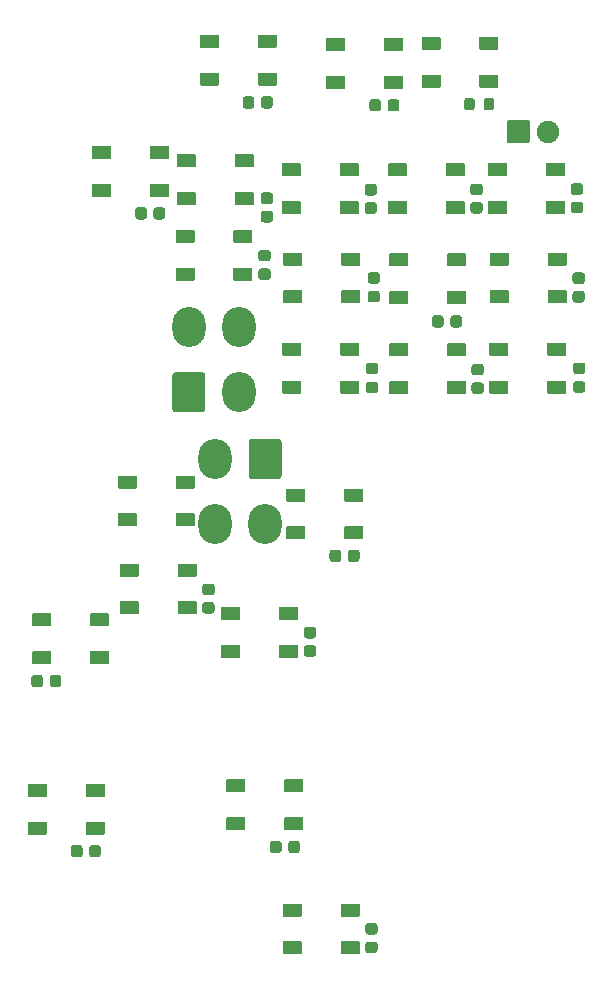
<source format=gbr>
%TF.GenerationSoftware,KiCad,Pcbnew,(5.1.10)-1*%
%TF.CreationDate,2021-11-16T18:01:45+11:00*%
%TF.ProjectId,Landing Gear Panel PCB V2,4c616e64-696e-4672-9047-656172205061,rev?*%
%TF.SameCoordinates,Original*%
%TF.FileFunction,Soldermask,Top*%
%TF.FilePolarity,Negative*%
%FSLAX46Y46*%
G04 Gerber Fmt 4.6, Leading zero omitted, Abs format (unit mm)*
G04 Created by KiCad (PCBNEW (5.1.10)-1) date 2021-11-16 18:01:45*
%MOMM*%
%LPD*%
G01*
G04 APERTURE LIST*
%ADD10O,2.800000X3.400000*%
%ADD11C,1.900000*%
G04 APERTURE END LIST*
D10*
%TO.C,J2*%
X85450000Y-65500000D03*
X81250000Y-65500000D03*
X85450000Y-71000000D03*
G36*
G01*
X79850000Y-72440740D02*
X79850000Y-69559260D01*
G75*
G02*
X80109260Y-69300000I259260J0D01*
G01*
X82390740Y-69300000D01*
G75*
G02*
X82650000Y-69559260I0J-259260D01*
G01*
X82650000Y-72440740D01*
G75*
G02*
X82390740Y-72700000I-259260J0D01*
G01*
X80109260Y-72700000D01*
G75*
G02*
X79850000Y-72440740I0J259260D01*
G01*
G37*
%TD*%
%TO.C,J1*%
X83500000Y-82150000D03*
X87700000Y-82150000D03*
X83500000Y-76650000D03*
G36*
G01*
X89100000Y-75209260D02*
X89100000Y-78090740D01*
G75*
G02*
X88840740Y-78350000I-259260J0D01*
G01*
X86559260Y-78350000D01*
G75*
G02*
X86300000Y-78090740I0J259260D01*
G01*
X86300000Y-75209260D01*
G75*
G02*
X86559260Y-74950000I259260J0D01*
G01*
X88840740Y-74950000D01*
G75*
G02*
X89100000Y-75209260I0J-259260D01*
G01*
G37*
%TD*%
%TO.C,C22*%
G36*
G01*
X96418750Y-117512000D02*
X96981250Y-117512000D01*
G75*
G02*
X97225000Y-117755750I0J-243750D01*
G01*
X97225000Y-118243250D01*
G75*
G02*
X96981250Y-118487000I-243750J0D01*
G01*
X96418750Y-118487000D01*
G75*
G02*
X96175000Y-118243250I0J243750D01*
G01*
X96175000Y-117755750D01*
G75*
G02*
X96418750Y-117512000I243750J0D01*
G01*
G37*
G36*
G01*
X96418750Y-115937000D02*
X96981250Y-115937000D01*
G75*
G02*
X97225000Y-116180750I0J-243750D01*
G01*
X97225000Y-116668250D01*
G75*
G02*
X96981250Y-116912000I-243750J0D01*
G01*
X96418750Y-116912000D01*
G75*
G02*
X96175000Y-116668250I0J243750D01*
G01*
X96175000Y-116180750D01*
G75*
G02*
X96418750Y-115937000I243750J0D01*
G01*
G37*
%TD*%
%TO.C,C21*%
G36*
G01*
X87368750Y-60512500D02*
X87931250Y-60512500D01*
G75*
G02*
X88175000Y-60756250I0J-243750D01*
G01*
X88175000Y-61243750D01*
G75*
G02*
X87931250Y-61487500I-243750J0D01*
G01*
X87368750Y-61487500D01*
G75*
G02*
X87125000Y-61243750I0J243750D01*
G01*
X87125000Y-60756250D01*
G75*
G02*
X87368750Y-60512500I243750J0D01*
G01*
G37*
G36*
G01*
X87368750Y-58937500D02*
X87931250Y-58937500D01*
G75*
G02*
X88175000Y-59181250I0J-243750D01*
G01*
X88175000Y-59668750D01*
G75*
G02*
X87931250Y-59912500I-243750J0D01*
G01*
X87368750Y-59912500D01*
G75*
G02*
X87125000Y-59668750I0J243750D01*
G01*
X87125000Y-59181250D01*
G75*
G02*
X87368750Y-58937500I243750J0D01*
G01*
G37*
%TD*%
%TO.C,C20*%
G36*
G01*
X114018750Y-70062500D02*
X114581250Y-70062500D01*
G75*
G02*
X114825000Y-70306250I0J-243750D01*
G01*
X114825000Y-70793750D01*
G75*
G02*
X114581250Y-71037500I-243750J0D01*
G01*
X114018750Y-71037500D01*
G75*
G02*
X113775000Y-70793750I0J243750D01*
G01*
X113775000Y-70306250D01*
G75*
G02*
X114018750Y-70062500I243750J0D01*
G01*
G37*
G36*
G01*
X114018750Y-68487500D02*
X114581250Y-68487500D01*
G75*
G02*
X114825000Y-68731250I0J-243750D01*
G01*
X114825000Y-69218750D01*
G75*
G02*
X114581250Y-69462500I-243750J0D01*
G01*
X114018750Y-69462500D01*
G75*
G02*
X113775000Y-69218750I0J243750D01*
G01*
X113775000Y-68731250D01*
G75*
G02*
X114018750Y-68487500I243750J0D01*
G01*
G37*
%TD*%
%TO.C,C19*%
G36*
G01*
X105418750Y-70162500D02*
X105981250Y-70162500D01*
G75*
G02*
X106225000Y-70406250I0J-243750D01*
G01*
X106225000Y-70893750D01*
G75*
G02*
X105981250Y-71137500I-243750J0D01*
G01*
X105418750Y-71137500D01*
G75*
G02*
X105175000Y-70893750I0J243750D01*
G01*
X105175000Y-70406250D01*
G75*
G02*
X105418750Y-70162500I243750J0D01*
G01*
G37*
G36*
G01*
X105418750Y-68587500D02*
X105981250Y-68587500D01*
G75*
G02*
X106225000Y-68831250I0J-243750D01*
G01*
X106225000Y-69318750D01*
G75*
G02*
X105981250Y-69562500I-243750J0D01*
G01*
X105418750Y-69562500D01*
G75*
G02*
X105175000Y-69318750I0J243750D01*
G01*
X105175000Y-68831250D01*
G75*
G02*
X105418750Y-68587500I243750J0D01*
G01*
G37*
%TD*%
%TO.C,C18*%
G36*
G01*
X96468750Y-70087500D02*
X97031250Y-70087500D01*
G75*
G02*
X97275000Y-70331250I0J-243750D01*
G01*
X97275000Y-70818750D01*
G75*
G02*
X97031250Y-71062500I-243750J0D01*
G01*
X96468750Y-71062500D01*
G75*
G02*
X96225000Y-70818750I0J243750D01*
G01*
X96225000Y-70331250D01*
G75*
G02*
X96468750Y-70087500I243750J0D01*
G01*
G37*
G36*
G01*
X96468750Y-68512500D02*
X97031250Y-68512500D01*
G75*
G02*
X97275000Y-68756250I0J-243750D01*
G01*
X97275000Y-69243750D01*
G75*
G02*
X97031250Y-69487500I-243750J0D01*
G01*
X96468750Y-69487500D01*
G75*
G02*
X96225000Y-69243750I0J243750D01*
G01*
X96225000Y-68756250D01*
G75*
G02*
X96468750Y-68512500I243750J0D01*
G01*
G37*
%TD*%
%TO.C,C7*%
G36*
G01*
X96618750Y-62412500D02*
X97181250Y-62412500D01*
G75*
G02*
X97425000Y-62656250I0J-243750D01*
G01*
X97425000Y-63143750D01*
G75*
G02*
X97181250Y-63387500I-243750J0D01*
G01*
X96618750Y-63387500D01*
G75*
G02*
X96375000Y-63143750I0J243750D01*
G01*
X96375000Y-62656250D01*
G75*
G02*
X96618750Y-62412500I243750J0D01*
G01*
G37*
G36*
G01*
X96618750Y-60837500D02*
X97181250Y-60837500D01*
G75*
G02*
X97425000Y-61081250I0J-243750D01*
G01*
X97425000Y-61568750D01*
G75*
G02*
X97181250Y-61812500I-243750J0D01*
G01*
X96618750Y-61812500D01*
G75*
G02*
X96375000Y-61568750I0J243750D01*
G01*
X96375000Y-61081250D01*
G75*
G02*
X96618750Y-60837500I243750J0D01*
G01*
G37*
%TD*%
%TO.C,D6*%
G36*
G01*
X89116000Y-52671600D02*
X89116000Y-51671600D01*
G75*
G02*
X89166000Y-51621600I50000J0D01*
G01*
X90666000Y-51621600D01*
G75*
G02*
X90716000Y-51671600I0J-50000D01*
G01*
X90716000Y-52671600D01*
G75*
G02*
X90666000Y-52721600I-50000J0D01*
G01*
X89166000Y-52721600D01*
G75*
G02*
X89116000Y-52671600I0J50000D01*
G01*
G37*
G36*
G01*
X89116000Y-55871600D02*
X89116000Y-54871600D01*
G75*
G02*
X89166000Y-54821600I50000J0D01*
G01*
X90666000Y-54821600D01*
G75*
G02*
X90716000Y-54871600I0J-50000D01*
G01*
X90716000Y-55871600D01*
G75*
G02*
X90666000Y-55921600I-50000J0D01*
G01*
X89166000Y-55921600D01*
G75*
G02*
X89116000Y-55871600I0J50000D01*
G01*
G37*
G36*
G01*
X94016000Y-52671600D02*
X94016000Y-51671600D01*
G75*
G02*
X94066000Y-51621600I50000J0D01*
G01*
X95566000Y-51621600D01*
G75*
G02*
X95616000Y-51671600I0J-50000D01*
G01*
X95616000Y-52671600D01*
G75*
G02*
X95566000Y-52721600I-50000J0D01*
G01*
X94066000Y-52721600D01*
G75*
G02*
X94016000Y-52671600I0J50000D01*
G01*
G37*
G36*
G01*
X94016000Y-55871600D02*
X94016000Y-54871600D01*
G75*
G02*
X94066000Y-54821600I50000J0D01*
G01*
X95566000Y-54821600D01*
G75*
G02*
X95616000Y-54871600I0J-50000D01*
G01*
X95616000Y-55871600D01*
G75*
G02*
X95566000Y-55921600I-50000J0D01*
G01*
X94066000Y-55921600D01*
G75*
G02*
X94016000Y-55871600I0J50000D01*
G01*
G37*
%TD*%
%TO.C,C11*%
G36*
G01*
X82625000Y-88750000D02*
X83175000Y-88750000D01*
G75*
G02*
X83425000Y-89000000I0J-250000D01*
G01*
X83425000Y-89500000D01*
G75*
G02*
X83175000Y-89750000I-250000J0D01*
G01*
X82625000Y-89750000D01*
G75*
G02*
X82375000Y-89500000I0J250000D01*
G01*
X82375000Y-89000000D01*
G75*
G02*
X82625000Y-88750000I250000J0D01*
G01*
G37*
G36*
G01*
X82625000Y-87200000D02*
X83175000Y-87200000D01*
G75*
G02*
X83425000Y-87450000I0J-250000D01*
G01*
X83425000Y-87950000D01*
G75*
G02*
X83175000Y-88200000I-250000J0D01*
G01*
X82625000Y-88200000D01*
G75*
G02*
X82375000Y-87950000I0J250000D01*
G01*
X82375000Y-87450000D01*
G75*
G02*
X82625000Y-87200000I250000J0D01*
G01*
G37*
%TD*%
%TO.C,R1*%
G36*
G01*
X106200000Y-46900000D02*
X106200000Y-46300000D01*
G75*
G02*
X106425000Y-46075000I225000J0D01*
G01*
X106875000Y-46075000D01*
G75*
G02*
X107100000Y-46300000I0J-225000D01*
G01*
X107100000Y-46900000D01*
G75*
G02*
X106875000Y-47125000I-225000J0D01*
G01*
X106425000Y-47125000D01*
G75*
G02*
X106200000Y-46900000I0J225000D01*
G01*
G37*
G36*
G01*
X104550000Y-46900000D02*
X104550000Y-46300000D01*
G75*
G02*
X104775000Y-46075000I225000J0D01*
G01*
X105225000Y-46075000D01*
G75*
G02*
X105450000Y-46300000I0J-225000D01*
G01*
X105450000Y-46900000D01*
G75*
G02*
X105225000Y-47125000I-225000J0D01*
G01*
X104775000Y-47125000D01*
G75*
G02*
X104550000Y-46900000I0J225000D01*
G01*
G37*
%TD*%
%TO.C,C17*%
G36*
G01*
X91225000Y-92400000D02*
X91775000Y-92400000D01*
G75*
G02*
X92025000Y-92650000I0J-250000D01*
G01*
X92025000Y-93150000D01*
G75*
G02*
X91775000Y-93400000I-250000J0D01*
G01*
X91225000Y-93400000D01*
G75*
G02*
X90975000Y-93150000I0J250000D01*
G01*
X90975000Y-92650000D01*
G75*
G02*
X91225000Y-92400000I250000J0D01*
G01*
G37*
G36*
G01*
X91225000Y-90850000D02*
X91775000Y-90850000D01*
G75*
G02*
X92025000Y-91100000I0J-250000D01*
G01*
X92025000Y-91600000D01*
G75*
G02*
X91775000Y-91850000I-250000J0D01*
G01*
X91225000Y-91850000D01*
G75*
G02*
X90975000Y-91600000I0J250000D01*
G01*
X90975000Y-91100000D01*
G75*
G02*
X91225000Y-90850000I250000J0D01*
G01*
G37*
%TD*%
%TO.C,C16*%
G36*
G01*
X94700000Y-85125000D02*
X94700000Y-84575000D01*
G75*
G02*
X94950000Y-84325000I250000J0D01*
G01*
X95450000Y-84325000D01*
G75*
G02*
X95700000Y-84575000I0J-250000D01*
G01*
X95700000Y-85125000D01*
G75*
G02*
X95450000Y-85375000I-250000J0D01*
G01*
X94950000Y-85375000D01*
G75*
G02*
X94700000Y-85125000I0J250000D01*
G01*
G37*
G36*
G01*
X93150000Y-85125000D02*
X93150000Y-84575000D01*
G75*
G02*
X93400000Y-84325000I250000J0D01*
G01*
X93900000Y-84325000D01*
G75*
G02*
X94150000Y-84575000I0J-250000D01*
G01*
X94150000Y-85125000D01*
G75*
G02*
X93900000Y-85375000I-250000J0D01*
G01*
X93400000Y-85375000D01*
G75*
G02*
X93150000Y-85125000I0J250000D01*
G01*
G37*
%TD*%
%TO.C,C15*%
G36*
G01*
X89650000Y-109775000D02*
X89650000Y-109225000D01*
G75*
G02*
X89900000Y-108975000I250000J0D01*
G01*
X90400000Y-108975000D01*
G75*
G02*
X90650000Y-109225000I0J-250000D01*
G01*
X90650000Y-109775000D01*
G75*
G02*
X90400000Y-110025000I-250000J0D01*
G01*
X89900000Y-110025000D01*
G75*
G02*
X89650000Y-109775000I0J250000D01*
G01*
G37*
G36*
G01*
X88100000Y-109775000D02*
X88100000Y-109225000D01*
G75*
G02*
X88350000Y-108975000I250000J0D01*
G01*
X88850000Y-108975000D01*
G75*
G02*
X89100000Y-109225000I0J-250000D01*
G01*
X89100000Y-109775000D01*
G75*
G02*
X88850000Y-110025000I-250000J0D01*
G01*
X88350000Y-110025000D01*
G75*
G02*
X88100000Y-109775000I0J250000D01*
G01*
G37*
%TD*%
%TO.C,C14*%
G36*
G01*
X72800000Y-110125000D02*
X72800000Y-109575000D01*
G75*
G02*
X73050000Y-109325000I250000J0D01*
G01*
X73550000Y-109325000D01*
G75*
G02*
X73800000Y-109575000I0J-250000D01*
G01*
X73800000Y-110125000D01*
G75*
G02*
X73550000Y-110375000I-250000J0D01*
G01*
X73050000Y-110375000D01*
G75*
G02*
X72800000Y-110125000I0J250000D01*
G01*
G37*
G36*
G01*
X71250000Y-110125000D02*
X71250000Y-109575000D01*
G75*
G02*
X71500000Y-109325000I250000J0D01*
G01*
X72000000Y-109325000D01*
G75*
G02*
X72250000Y-109575000I0J-250000D01*
G01*
X72250000Y-110125000D01*
G75*
G02*
X72000000Y-110375000I-250000J0D01*
G01*
X71500000Y-110375000D01*
G75*
G02*
X71250000Y-110125000I0J250000D01*
G01*
G37*
%TD*%
%TO.C,C13*%
G36*
G01*
X69450000Y-95725000D02*
X69450000Y-95175000D01*
G75*
G02*
X69700000Y-94925000I250000J0D01*
G01*
X70200000Y-94925000D01*
G75*
G02*
X70450000Y-95175000I0J-250000D01*
G01*
X70450000Y-95725000D01*
G75*
G02*
X70200000Y-95975000I-250000J0D01*
G01*
X69700000Y-95975000D01*
G75*
G02*
X69450000Y-95725000I0J250000D01*
G01*
G37*
G36*
G01*
X67900000Y-95725000D02*
X67900000Y-95175000D01*
G75*
G02*
X68150000Y-94925000I250000J0D01*
G01*
X68650000Y-94925000D01*
G75*
G02*
X68900000Y-95175000I0J-250000D01*
G01*
X68900000Y-95725000D01*
G75*
G02*
X68650000Y-95975000I-250000J0D01*
G01*
X68150000Y-95975000D01*
G75*
G02*
X67900000Y-95725000I0J250000D01*
G01*
G37*
%TD*%
%TO.C,C12*%
G36*
G01*
X96375000Y-54900000D02*
X96925000Y-54900000D01*
G75*
G02*
X97175000Y-55150000I0J-250000D01*
G01*
X97175000Y-55650000D01*
G75*
G02*
X96925000Y-55900000I-250000J0D01*
G01*
X96375000Y-55900000D01*
G75*
G02*
X96125000Y-55650000I0J250000D01*
G01*
X96125000Y-55150000D01*
G75*
G02*
X96375000Y-54900000I250000J0D01*
G01*
G37*
G36*
G01*
X96375000Y-53350000D02*
X96925000Y-53350000D01*
G75*
G02*
X97175000Y-53600000I0J-250000D01*
G01*
X97175000Y-54100000D01*
G75*
G02*
X96925000Y-54350000I-250000J0D01*
G01*
X96375000Y-54350000D01*
G75*
G02*
X96125000Y-54100000I0J250000D01*
G01*
X96125000Y-53600000D01*
G75*
G02*
X96375000Y-53350000I250000J0D01*
G01*
G37*
%TD*%
%TO.C,C10*%
G36*
G01*
X88125000Y-55075000D02*
X87575000Y-55075000D01*
G75*
G02*
X87325000Y-54825000I0J250000D01*
G01*
X87325000Y-54325000D01*
G75*
G02*
X87575000Y-54075000I250000J0D01*
G01*
X88125000Y-54075000D01*
G75*
G02*
X88375000Y-54325000I0J-250000D01*
G01*
X88375000Y-54825000D01*
G75*
G02*
X88125000Y-55075000I-250000J0D01*
G01*
G37*
G36*
G01*
X88125000Y-56625000D02*
X87575000Y-56625000D01*
G75*
G02*
X87325000Y-56375000I0J250000D01*
G01*
X87325000Y-55875000D01*
G75*
G02*
X87575000Y-55625000I250000J0D01*
G01*
X88125000Y-55625000D01*
G75*
G02*
X88375000Y-55875000I0J-250000D01*
G01*
X88375000Y-56375000D01*
G75*
G02*
X88125000Y-56625000I-250000J0D01*
G01*
G37*
%TD*%
%TO.C,C9*%
G36*
G01*
X78250000Y-56125000D02*
X78250000Y-55575000D01*
G75*
G02*
X78500000Y-55325000I250000J0D01*
G01*
X79000000Y-55325000D01*
G75*
G02*
X79250000Y-55575000I0J-250000D01*
G01*
X79250000Y-56125000D01*
G75*
G02*
X79000000Y-56375000I-250000J0D01*
G01*
X78500000Y-56375000D01*
G75*
G02*
X78250000Y-56125000I0J250000D01*
G01*
G37*
G36*
G01*
X76700000Y-56125000D02*
X76700000Y-55575000D01*
G75*
G02*
X76950000Y-55325000I250000J0D01*
G01*
X77450000Y-55325000D01*
G75*
G02*
X77700000Y-55575000I0J-250000D01*
G01*
X77700000Y-56125000D01*
G75*
G02*
X77450000Y-56375000I-250000J0D01*
G01*
X76950000Y-56375000D01*
G75*
G02*
X76700000Y-56125000I0J250000D01*
G01*
G37*
%TD*%
%TO.C,C8*%
G36*
G01*
X105325000Y-54875000D02*
X105875000Y-54875000D01*
G75*
G02*
X106125000Y-55125000I0J-250000D01*
G01*
X106125000Y-55625000D01*
G75*
G02*
X105875000Y-55875000I-250000J0D01*
G01*
X105325000Y-55875000D01*
G75*
G02*
X105075000Y-55625000I0J250000D01*
G01*
X105075000Y-55125000D01*
G75*
G02*
X105325000Y-54875000I250000J0D01*
G01*
G37*
G36*
G01*
X105325000Y-53325000D02*
X105875000Y-53325000D01*
G75*
G02*
X106125000Y-53575000I0J-250000D01*
G01*
X106125000Y-54075000D01*
G75*
G02*
X105875000Y-54325000I-250000J0D01*
G01*
X105325000Y-54325000D01*
G75*
G02*
X105075000Y-54075000I0J250000D01*
G01*
X105075000Y-53575000D01*
G75*
G02*
X105325000Y-53325000I250000J0D01*
G01*
G37*
%TD*%
%TO.C,C6*%
G36*
G01*
X103375000Y-65275000D02*
X103375000Y-64725000D01*
G75*
G02*
X103625000Y-64475000I250000J0D01*
G01*
X104125000Y-64475000D01*
G75*
G02*
X104375000Y-64725000I0J-250000D01*
G01*
X104375000Y-65275000D01*
G75*
G02*
X104125000Y-65525000I-250000J0D01*
G01*
X103625000Y-65525000D01*
G75*
G02*
X103375000Y-65275000I0J250000D01*
G01*
G37*
G36*
G01*
X101825000Y-65275000D02*
X101825000Y-64725000D01*
G75*
G02*
X102075000Y-64475000I250000J0D01*
G01*
X102575000Y-64475000D01*
G75*
G02*
X102825000Y-64725000I0J-250000D01*
G01*
X102825000Y-65275000D01*
G75*
G02*
X102575000Y-65525000I-250000J0D01*
G01*
X102075000Y-65525000D01*
G75*
G02*
X101825000Y-65275000I0J250000D01*
G01*
G37*
%TD*%
%TO.C,C5*%
G36*
G01*
X113825000Y-54850000D02*
X114375000Y-54850000D01*
G75*
G02*
X114625000Y-55100000I0J-250000D01*
G01*
X114625000Y-55600000D01*
G75*
G02*
X114375000Y-55850000I-250000J0D01*
G01*
X113825000Y-55850000D01*
G75*
G02*
X113575000Y-55600000I0J250000D01*
G01*
X113575000Y-55100000D01*
G75*
G02*
X113825000Y-54850000I250000J0D01*
G01*
G37*
G36*
G01*
X113825000Y-53300000D02*
X114375000Y-53300000D01*
G75*
G02*
X114625000Y-53550000I0J-250000D01*
G01*
X114625000Y-54050000D01*
G75*
G02*
X114375000Y-54300000I-250000J0D01*
G01*
X113825000Y-54300000D01*
G75*
G02*
X113575000Y-54050000I0J250000D01*
G01*
X113575000Y-53550000D01*
G75*
G02*
X113825000Y-53300000I250000J0D01*
G01*
G37*
%TD*%
%TO.C,C4*%
G36*
G01*
X113975000Y-62400000D02*
X114525000Y-62400000D01*
G75*
G02*
X114775000Y-62650000I0J-250000D01*
G01*
X114775000Y-63150000D01*
G75*
G02*
X114525000Y-63400000I-250000J0D01*
G01*
X113975000Y-63400000D01*
G75*
G02*
X113725000Y-63150000I0J250000D01*
G01*
X113725000Y-62650000D01*
G75*
G02*
X113975000Y-62400000I250000J0D01*
G01*
G37*
G36*
G01*
X113975000Y-60850000D02*
X114525000Y-60850000D01*
G75*
G02*
X114775000Y-61100000I0J-250000D01*
G01*
X114775000Y-61600000D01*
G75*
G02*
X114525000Y-61850000I-250000J0D01*
G01*
X113975000Y-61850000D01*
G75*
G02*
X113725000Y-61600000I0J250000D01*
G01*
X113725000Y-61100000D01*
G75*
G02*
X113975000Y-60850000I250000J0D01*
G01*
G37*
%TD*%
%TO.C,C3*%
G36*
G01*
X98075000Y-46975000D02*
X98075000Y-46425000D01*
G75*
G02*
X98325000Y-46175000I250000J0D01*
G01*
X98825000Y-46175000D01*
G75*
G02*
X99075000Y-46425000I0J-250000D01*
G01*
X99075000Y-46975000D01*
G75*
G02*
X98825000Y-47225000I-250000J0D01*
G01*
X98325000Y-47225000D01*
G75*
G02*
X98075000Y-46975000I0J250000D01*
G01*
G37*
G36*
G01*
X96525000Y-46975000D02*
X96525000Y-46425000D01*
G75*
G02*
X96775000Y-46175000I250000J0D01*
G01*
X97275000Y-46175000D01*
G75*
G02*
X97525000Y-46425000I0J-250000D01*
G01*
X97525000Y-46975000D01*
G75*
G02*
X97275000Y-47225000I-250000J0D01*
G01*
X96775000Y-47225000D01*
G75*
G02*
X96525000Y-46975000I0J250000D01*
G01*
G37*
%TD*%
%TO.C,C2*%
G36*
G01*
X87350000Y-46725000D02*
X87350000Y-46175000D01*
G75*
G02*
X87600000Y-45925000I250000J0D01*
G01*
X88100000Y-45925000D01*
G75*
G02*
X88350000Y-46175000I0J-250000D01*
G01*
X88350000Y-46725000D01*
G75*
G02*
X88100000Y-46975000I-250000J0D01*
G01*
X87600000Y-46975000D01*
G75*
G02*
X87350000Y-46725000I0J250000D01*
G01*
G37*
G36*
G01*
X85800000Y-46725000D02*
X85800000Y-46175000D01*
G75*
G02*
X86050000Y-45925000I250000J0D01*
G01*
X86550000Y-45925000D01*
G75*
G02*
X86800000Y-46175000I0J-250000D01*
G01*
X86800000Y-46725000D01*
G75*
G02*
X86550000Y-46975000I-250000J0D01*
G01*
X86050000Y-46975000D01*
G75*
G02*
X85800000Y-46725000I0J250000D01*
G01*
G37*
%TD*%
D11*
%TO.C,D24*%
X111684000Y-48920400D03*
G36*
G01*
X108194000Y-49820400D02*
X108194000Y-48020400D01*
G75*
G02*
X108244000Y-47970400I50000J0D01*
G01*
X110044000Y-47970400D01*
G75*
G02*
X110094000Y-48020400I0J-50000D01*
G01*
X110094000Y-49820400D01*
G75*
G02*
X110044000Y-49870400I-50000J0D01*
G01*
X108244000Y-49870400D01*
G75*
G02*
X108194000Y-49820400I0J50000D01*
G01*
G37*
%TD*%
%TO.C,D16*%
G36*
G01*
X75250000Y-79100000D02*
X75250000Y-78100000D01*
G75*
G02*
X75300000Y-78050000I50000J0D01*
G01*
X76800000Y-78050000D01*
G75*
G02*
X76850000Y-78100000I0J-50000D01*
G01*
X76850000Y-79100000D01*
G75*
G02*
X76800000Y-79150000I-50000J0D01*
G01*
X75300000Y-79150000D01*
G75*
G02*
X75250000Y-79100000I0J50000D01*
G01*
G37*
G36*
G01*
X75250000Y-82300000D02*
X75250000Y-81300000D01*
G75*
G02*
X75300000Y-81250000I50000J0D01*
G01*
X76800000Y-81250000D01*
G75*
G02*
X76850000Y-81300000I0J-50000D01*
G01*
X76850000Y-82300000D01*
G75*
G02*
X76800000Y-82350000I-50000J0D01*
G01*
X75300000Y-82350000D01*
G75*
G02*
X75250000Y-82300000I0J50000D01*
G01*
G37*
G36*
G01*
X80150000Y-79100000D02*
X80150000Y-78100000D01*
G75*
G02*
X80200000Y-78050000I50000J0D01*
G01*
X81700000Y-78050000D01*
G75*
G02*
X81750000Y-78100000I0J-50000D01*
G01*
X81750000Y-79100000D01*
G75*
G02*
X81700000Y-79150000I-50000J0D01*
G01*
X80200000Y-79150000D01*
G75*
G02*
X80150000Y-79100000I0J50000D01*
G01*
G37*
G36*
G01*
X80150000Y-82300000D02*
X80150000Y-81300000D01*
G75*
G02*
X80200000Y-81250000I50000J0D01*
G01*
X81700000Y-81250000D01*
G75*
G02*
X81750000Y-81300000I0J-50000D01*
G01*
X81750000Y-82300000D01*
G75*
G02*
X81700000Y-82350000I-50000J0D01*
G01*
X80200000Y-82350000D01*
G75*
G02*
X80150000Y-82300000I0J50000D01*
G01*
G37*
%TD*%
%TO.C,D23*%
G36*
G01*
X89194400Y-115334000D02*
X89194400Y-114334000D01*
G75*
G02*
X89244400Y-114284000I50000J0D01*
G01*
X90744400Y-114284000D01*
G75*
G02*
X90794400Y-114334000I0J-50000D01*
G01*
X90794400Y-115334000D01*
G75*
G02*
X90744400Y-115384000I-50000J0D01*
G01*
X89244400Y-115384000D01*
G75*
G02*
X89194400Y-115334000I0J50000D01*
G01*
G37*
G36*
G01*
X89194400Y-118534000D02*
X89194400Y-117534000D01*
G75*
G02*
X89244400Y-117484000I50000J0D01*
G01*
X90744400Y-117484000D01*
G75*
G02*
X90794400Y-117534000I0J-50000D01*
G01*
X90794400Y-118534000D01*
G75*
G02*
X90744400Y-118584000I-50000J0D01*
G01*
X89244400Y-118584000D01*
G75*
G02*
X89194400Y-118534000I0J50000D01*
G01*
G37*
G36*
G01*
X94094400Y-115334000D02*
X94094400Y-114334000D01*
G75*
G02*
X94144400Y-114284000I50000J0D01*
G01*
X95644400Y-114284000D01*
G75*
G02*
X95694400Y-114334000I0J-50000D01*
G01*
X95694400Y-115334000D01*
G75*
G02*
X95644400Y-115384000I-50000J0D01*
G01*
X94144400Y-115384000D01*
G75*
G02*
X94094400Y-115334000I0J50000D01*
G01*
G37*
G36*
G01*
X94094400Y-118534000D02*
X94094400Y-117534000D01*
G75*
G02*
X94144400Y-117484000I50000J0D01*
G01*
X95644400Y-117484000D01*
G75*
G02*
X95694400Y-117534000I0J-50000D01*
G01*
X95694400Y-118534000D01*
G75*
G02*
X95644400Y-118584000I-50000J0D01*
G01*
X94144400Y-118584000D01*
G75*
G02*
X94094400Y-118534000I0J50000D01*
G01*
G37*
%TD*%
%TO.C,D22*%
G36*
G01*
X84430800Y-104818000D02*
X84430800Y-103818000D01*
G75*
G02*
X84480800Y-103768000I50000J0D01*
G01*
X85980800Y-103768000D01*
G75*
G02*
X86030800Y-103818000I0J-50000D01*
G01*
X86030800Y-104818000D01*
G75*
G02*
X85980800Y-104868000I-50000J0D01*
G01*
X84480800Y-104868000D01*
G75*
G02*
X84430800Y-104818000I0J50000D01*
G01*
G37*
G36*
G01*
X84430800Y-108018000D02*
X84430800Y-107018000D01*
G75*
G02*
X84480800Y-106968000I50000J0D01*
G01*
X85980800Y-106968000D01*
G75*
G02*
X86030800Y-107018000I0J-50000D01*
G01*
X86030800Y-108018000D01*
G75*
G02*
X85980800Y-108068000I-50000J0D01*
G01*
X84480800Y-108068000D01*
G75*
G02*
X84430800Y-108018000I0J50000D01*
G01*
G37*
G36*
G01*
X89330800Y-104818000D02*
X89330800Y-103818000D01*
G75*
G02*
X89380800Y-103768000I50000J0D01*
G01*
X90880800Y-103768000D01*
G75*
G02*
X90930800Y-103818000I0J-50000D01*
G01*
X90930800Y-104818000D01*
G75*
G02*
X90880800Y-104868000I-50000J0D01*
G01*
X89380800Y-104868000D01*
G75*
G02*
X89330800Y-104818000I0J50000D01*
G01*
G37*
G36*
G01*
X89330800Y-108018000D02*
X89330800Y-107018000D01*
G75*
G02*
X89380800Y-106968000I50000J0D01*
G01*
X90880800Y-106968000D01*
G75*
G02*
X90930800Y-107018000I0J-50000D01*
G01*
X90930800Y-108018000D01*
G75*
G02*
X90880800Y-108068000I-50000J0D01*
G01*
X89380800Y-108068000D01*
G75*
G02*
X89330800Y-108018000I0J50000D01*
G01*
G37*
%TD*%
%TO.C,D21*%
G36*
G01*
X67627600Y-105199000D02*
X67627600Y-104199000D01*
G75*
G02*
X67677600Y-104149000I50000J0D01*
G01*
X69177600Y-104149000D01*
G75*
G02*
X69227600Y-104199000I0J-50000D01*
G01*
X69227600Y-105199000D01*
G75*
G02*
X69177600Y-105249000I-50000J0D01*
G01*
X67677600Y-105249000D01*
G75*
G02*
X67627600Y-105199000I0J50000D01*
G01*
G37*
G36*
G01*
X67627600Y-108399000D02*
X67627600Y-107399000D01*
G75*
G02*
X67677600Y-107349000I50000J0D01*
G01*
X69177600Y-107349000D01*
G75*
G02*
X69227600Y-107399000I0J-50000D01*
G01*
X69227600Y-108399000D01*
G75*
G02*
X69177600Y-108449000I-50000J0D01*
G01*
X67677600Y-108449000D01*
G75*
G02*
X67627600Y-108399000I0J50000D01*
G01*
G37*
G36*
G01*
X72527600Y-105199000D02*
X72527600Y-104199000D01*
G75*
G02*
X72577600Y-104149000I50000J0D01*
G01*
X74077600Y-104149000D01*
G75*
G02*
X74127600Y-104199000I0J-50000D01*
G01*
X74127600Y-105199000D01*
G75*
G02*
X74077600Y-105249000I-50000J0D01*
G01*
X72577600Y-105249000D01*
G75*
G02*
X72527600Y-105199000I0J50000D01*
G01*
G37*
G36*
G01*
X72527600Y-108399000D02*
X72527600Y-107399000D01*
G75*
G02*
X72577600Y-107349000I50000J0D01*
G01*
X74077600Y-107349000D01*
G75*
G02*
X74127600Y-107399000I0J-50000D01*
G01*
X74127600Y-108399000D01*
G75*
G02*
X74077600Y-108449000I-50000J0D01*
G01*
X72577600Y-108449000D01*
G75*
G02*
X72527600Y-108399000I0J50000D01*
G01*
G37*
%TD*%
%TO.C,D20*%
G36*
G01*
X83973600Y-90238400D02*
X83973600Y-89238400D01*
G75*
G02*
X84023600Y-89188400I50000J0D01*
G01*
X85523600Y-89188400D01*
G75*
G02*
X85573600Y-89238400I0J-50000D01*
G01*
X85573600Y-90238400D01*
G75*
G02*
X85523600Y-90288400I-50000J0D01*
G01*
X84023600Y-90288400D01*
G75*
G02*
X83973600Y-90238400I0J50000D01*
G01*
G37*
G36*
G01*
X83973600Y-93438400D02*
X83973600Y-92438400D01*
G75*
G02*
X84023600Y-92388400I50000J0D01*
G01*
X85523600Y-92388400D01*
G75*
G02*
X85573600Y-92438400I0J-50000D01*
G01*
X85573600Y-93438400D01*
G75*
G02*
X85523600Y-93488400I-50000J0D01*
G01*
X84023600Y-93488400D01*
G75*
G02*
X83973600Y-93438400I0J50000D01*
G01*
G37*
G36*
G01*
X88873600Y-90238400D02*
X88873600Y-89238400D01*
G75*
G02*
X88923600Y-89188400I50000J0D01*
G01*
X90423600Y-89188400D01*
G75*
G02*
X90473600Y-89238400I0J-50000D01*
G01*
X90473600Y-90238400D01*
G75*
G02*
X90423600Y-90288400I-50000J0D01*
G01*
X88923600Y-90288400D01*
G75*
G02*
X88873600Y-90238400I0J50000D01*
G01*
G37*
G36*
G01*
X88873600Y-93438400D02*
X88873600Y-92438400D01*
G75*
G02*
X88923600Y-92388400I50000J0D01*
G01*
X90423600Y-92388400D01*
G75*
G02*
X90473600Y-92438400I0J-50000D01*
G01*
X90473600Y-93438400D01*
G75*
G02*
X90423600Y-93488400I-50000J0D01*
G01*
X88923600Y-93488400D01*
G75*
G02*
X88873600Y-93438400I0J50000D01*
G01*
G37*
%TD*%
%TO.C,D19*%
G36*
G01*
X67983200Y-90771600D02*
X67983200Y-89771600D01*
G75*
G02*
X68033200Y-89721600I50000J0D01*
G01*
X69533200Y-89721600D01*
G75*
G02*
X69583200Y-89771600I0J-50000D01*
G01*
X69583200Y-90771600D01*
G75*
G02*
X69533200Y-90821600I-50000J0D01*
G01*
X68033200Y-90821600D01*
G75*
G02*
X67983200Y-90771600I0J50000D01*
G01*
G37*
G36*
G01*
X67983200Y-93971600D02*
X67983200Y-92971600D01*
G75*
G02*
X68033200Y-92921600I50000J0D01*
G01*
X69533200Y-92921600D01*
G75*
G02*
X69583200Y-92971600I0J-50000D01*
G01*
X69583200Y-93971600D01*
G75*
G02*
X69533200Y-94021600I-50000J0D01*
G01*
X68033200Y-94021600D01*
G75*
G02*
X67983200Y-93971600I0J50000D01*
G01*
G37*
G36*
G01*
X72883200Y-90771600D02*
X72883200Y-89771600D01*
G75*
G02*
X72933200Y-89721600I50000J0D01*
G01*
X74433200Y-89721600D01*
G75*
G02*
X74483200Y-89771600I0J-50000D01*
G01*
X74483200Y-90771600D01*
G75*
G02*
X74433200Y-90821600I-50000J0D01*
G01*
X72933200Y-90821600D01*
G75*
G02*
X72883200Y-90771600I0J50000D01*
G01*
G37*
G36*
G01*
X72883200Y-93971600D02*
X72883200Y-92971600D01*
G75*
G02*
X72933200Y-92921600I50000J0D01*
G01*
X74433200Y-92921600D01*
G75*
G02*
X74483200Y-92971600I0J-50000D01*
G01*
X74483200Y-93971600D01*
G75*
G02*
X74433200Y-94021600I-50000J0D01*
G01*
X72933200Y-94021600D01*
G75*
G02*
X72883200Y-93971600I0J50000D01*
G01*
G37*
%TD*%
%TO.C,D18*%
G36*
G01*
X75400000Y-86555200D02*
X75400000Y-85555200D01*
G75*
G02*
X75450000Y-85505200I50000J0D01*
G01*
X76950000Y-85505200D01*
G75*
G02*
X77000000Y-85555200I0J-50000D01*
G01*
X77000000Y-86555200D01*
G75*
G02*
X76950000Y-86605200I-50000J0D01*
G01*
X75450000Y-86605200D01*
G75*
G02*
X75400000Y-86555200I0J50000D01*
G01*
G37*
G36*
G01*
X75400000Y-89755200D02*
X75400000Y-88755200D01*
G75*
G02*
X75450000Y-88705200I50000J0D01*
G01*
X76950000Y-88705200D01*
G75*
G02*
X77000000Y-88755200I0J-50000D01*
G01*
X77000000Y-89755200D01*
G75*
G02*
X76950000Y-89805200I-50000J0D01*
G01*
X75450000Y-89805200D01*
G75*
G02*
X75400000Y-89755200I0J50000D01*
G01*
G37*
G36*
G01*
X80300000Y-86555200D02*
X80300000Y-85555200D01*
G75*
G02*
X80350000Y-85505200I50000J0D01*
G01*
X81850000Y-85505200D01*
G75*
G02*
X81900000Y-85555200I0J-50000D01*
G01*
X81900000Y-86555200D01*
G75*
G02*
X81850000Y-86605200I-50000J0D01*
G01*
X80350000Y-86605200D01*
G75*
G02*
X80300000Y-86555200I0J50000D01*
G01*
G37*
G36*
G01*
X80300000Y-89755200D02*
X80300000Y-88755200D01*
G75*
G02*
X80350000Y-88705200I50000J0D01*
G01*
X81850000Y-88705200D01*
G75*
G02*
X81900000Y-88755200I0J-50000D01*
G01*
X81900000Y-89755200D01*
G75*
G02*
X81850000Y-89805200I-50000J0D01*
G01*
X80350000Y-89805200D01*
G75*
G02*
X80300000Y-89755200I0J50000D01*
G01*
G37*
%TD*%
%TO.C,D17*%
G36*
G01*
X89500000Y-80200000D02*
X89500000Y-79200000D01*
G75*
G02*
X89550000Y-79150000I50000J0D01*
G01*
X91050000Y-79150000D01*
G75*
G02*
X91100000Y-79200000I0J-50000D01*
G01*
X91100000Y-80200000D01*
G75*
G02*
X91050000Y-80250000I-50000J0D01*
G01*
X89550000Y-80250000D01*
G75*
G02*
X89500000Y-80200000I0J50000D01*
G01*
G37*
G36*
G01*
X89500000Y-83400000D02*
X89500000Y-82400000D01*
G75*
G02*
X89550000Y-82350000I50000J0D01*
G01*
X91050000Y-82350000D01*
G75*
G02*
X91100000Y-82400000I0J-50000D01*
G01*
X91100000Y-83400000D01*
G75*
G02*
X91050000Y-83450000I-50000J0D01*
G01*
X89550000Y-83450000D01*
G75*
G02*
X89500000Y-83400000I0J50000D01*
G01*
G37*
G36*
G01*
X94400000Y-80200000D02*
X94400000Y-79200000D01*
G75*
G02*
X94450000Y-79150000I50000J0D01*
G01*
X95950000Y-79150000D01*
G75*
G02*
X96000000Y-79200000I0J-50000D01*
G01*
X96000000Y-80200000D01*
G75*
G02*
X95950000Y-80250000I-50000J0D01*
G01*
X94450000Y-80250000D01*
G75*
G02*
X94400000Y-80200000I0J50000D01*
G01*
G37*
G36*
G01*
X94400000Y-83400000D02*
X94400000Y-82400000D01*
G75*
G02*
X94450000Y-82350000I50000J0D01*
G01*
X95950000Y-82350000D01*
G75*
G02*
X96000000Y-82400000I0J-50000D01*
G01*
X96000000Y-83400000D01*
G75*
G02*
X95950000Y-83450000I-50000J0D01*
G01*
X94450000Y-83450000D01*
G75*
G02*
X94400000Y-83400000I0J50000D01*
G01*
G37*
%TD*%
%TO.C,D15*%
G36*
G01*
X106693000Y-67860800D02*
X106693000Y-66860800D01*
G75*
G02*
X106743000Y-66810800I50000J0D01*
G01*
X108243000Y-66810800D01*
G75*
G02*
X108293000Y-66860800I0J-50000D01*
G01*
X108293000Y-67860800D01*
G75*
G02*
X108243000Y-67910800I-50000J0D01*
G01*
X106743000Y-67910800D01*
G75*
G02*
X106693000Y-67860800I0J50000D01*
G01*
G37*
G36*
G01*
X106693000Y-71060800D02*
X106693000Y-70060800D01*
G75*
G02*
X106743000Y-70010800I50000J0D01*
G01*
X108243000Y-70010800D01*
G75*
G02*
X108293000Y-70060800I0J-50000D01*
G01*
X108293000Y-71060800D01*
G75*
G02*
X108243000Y-71110800I-50000J0D01*
G01*
X106743000Y-71110800D01*
G75*
G02*
X106693000Y-71060800I0J50000D01*
G01*
G37*
G36*
G01*
X111593000Y-67860800D02*
X111593000Y-66860800D01*
G75*
G02*
X111643000Y-66810800I50000J0D01*
G01*
X113143000Y-66810800D01*
G75*
G02*
X113193000Y-66860800I0J-50000D01*
G01*
X113193000Y-67860800D01*
G75*
G02*
X113143000Y-67910800I-50000J0D01*
G01*
X111643000Y-67910800D01*
G75*
G02*
X111593000Y-67860800I0J50000D01*
G01*
G37*
G36*
G01*
X111593000Y-71060800D02*
X111593000Y-70060800D01*
G75*
G02*
X111643000Y-70010800I50000J0D01*
G01*
X113143000Y-70010800D01*
G75*
G02*
X113193000Y-70060800I0J-50000D01*
G01*
X113193000Y-71060800D01*
G75*
G02*
X113143000Y-71110800I-50000J0D01*
G01*
X111643000Y-71110800D01*
G75*
G02*
X111593000Y-71060800I0J50000D01*
G01*
G37*
%TD*%
%TO.C,D14*%
G36*
G01*
X98209000Y-67911600D02*
X98209000Y-66911600D01*
G75*
G02*
X98259000Y-66861600I50000J0D01*
G01*
X99759000Y-66861600D01*
G75*
G02*
X99809000Y-66911600I0J-50000D01*
G01*
X99809000Y-67911600D01*
G75*
G02*
X99759000Y-67961600I-50000J0D01*
G01*
X98259000Y-67961600D01*
G75*
G02*
X98209000Y-67911600I0J50000D01*
G01*
G37*
G36*
G01*
X98209000Y-71111600D02*
X98209000Y-70111600D01*
G75*
G02*
X98259000Y-70061600I50000J0D01*
G01*
X99759000Y-70061600D01*
G75*
G02*
X99809000Y-70111600I0J-50000D01*
G01*
X99809000Y-71111600D01*
G75*
G02*
X99759000Y-71161600I-50000J0D01*
G01*
X98259000Y-71161600D01*
G75*
G02*
X98209000Y-71111600I0J50000D01*
G01*
G37*
G36*
G01*
X103109000Y-67911600D02*
X103109000Y-66911600D01*
G75*
G02*
X103159000Y-66861600I50000J0D01*
G01*
X104659000Y-66861600D01*
G75*
G02*
X104709000Y-66911600I0J-50000D01*
G01*
X104709000Y-67911600D01*
G75*
G02*
X104659000Y-67961600I-50000J0D01*
G01*
X103159000Y-67961600D01*
G75*
G02*
X103109000Y-67911600I0J50000D01*
G01*
G37*
G36*
G01*
X103109000Y-71111600D02*
X103109000Y-70111600D01*
G75*
G02*
X103159000Y-70061600I50000J0D01*
G01*
X104659000Y-70061600D01*
G75*
G02*
X104709000Y-70111600I0J-50000D01*
G01*
X104709000Y-71111600D01*
G75*
G02*
X104659000Y-71161600I-50000J0D01*
G01*
X103159000Y-71161600D01*
G75*
G02*
X103109000Y-71111600I0J50000D01*
G01*
G37*
%TD*%
%TO.C,D13*%
G36*
G01*
X89166800Y-67860800D02*
X89166800Y-66860800D01*
G75*
G02*
X89216800Y-66810800I50000J0D01*
G01*
X90716800Y-66810800D01*
G75*
G02*
X90766800Y-66860800I0J-50000D01*
G01*
X90766800Y-67860800D01*
G75*
G02*
X90716800Y-67910800I-50000J0D01*
G01*
X89216800Y-67910800D01*
G75*
G02*
X89166800Y-67860800I0J50000D01*
G01*
G37*
G36*
G01*
X89166800Y-71060800D02*
X89166800Y-70060800D01*
G75*
G02*
X89216800Y-70010800I50000J0D01*
G01*
X90716800Y-70010800D01*
G75*
G02*
X90766800Y-70060800I0J-50000D01*
G01*
X90766800Y-71060800D01*
G75*
G02*
X90716800Y-71110800I-50000J0D01*
G01*
X89216800Y-71110800D01*
G75*
G02*
X89166800Y-71060800I0J50000D01*
G01*
G37*
G36*
G01*
X94066800Y-67860800D02*
X94066800Y-66860800D01*
G75*
G02*
X94116800Y-66810800I50000J0D01*
G01*
X95616800Y-66810800D01*
G75*
G02*
X95666800Y-66860800I0J-50000D01*
G01*
X95666800Y-67860800D01*
G75*
G02*
X95616800Y-67910800I-50000J0D01*
G01*
X94116800Y-67910800D01*
G75*
G02*
X94066800Y-67860800I0J50000D01*
G01*
G37*
G36*
G01*
X94066800Y-71060800D02*
X94066800Y-70060800D01*
G75*
G02*
X94116800Y-70010800I50000J0D01*
G01*
X95616800Y-70010800D01*
G75*
G02*
X95666800Y-70060800I0J-50000D01*
G01*
X95666800Y-71060800D01*
G75*
G02*
X95616800Y-71110800I-50000J0D01*
G01*
X94116800Y-71110800D01*
G75*
G02*
X94066800Y-71060800I0J50000D01*
G01*
G37*
%TD*%
%TO.C,D12*%
G36*
G01*
X106732000Y-60215600D02*
X106732000Y-59215600D01*
G75*
G02*
X106782000Y-59165600I50000J0D01*
G01*
X108282000Y-59165600D01*
G75*
G02*
X108332000Y-59215600I0J-50000D01*
G01*
X108332000Y-60215600D01*
G75*
G02*
X108282000Y-60265600I-50000J0D01*
G01*
X106782000Y-60265600D01*
G75*
G02*
X106732000Y-60215600I0J50000D01*
G01*
G37*
G36*
G01*
X106732000Y-63415600D02*
X106732000Y-62415600D01*
G75*
G02*
X106782000Y-62365600I50000J0D01*
G01*
X108282000Y-62365600D01*
G75*
G02*
X108332000Y-62415600I0J-50000D01*
G01*
X108332000Y-63415600D01*
G75*
G02*
X108282000Y-63465600I-50000J0D01*
G01*
X106782000Y-63465600D01*
G75*
G02*
X106732000Y-63415600I0J50000D01*
G01*
G37*
G36*
G01*
X111632000Y-60215600D02*
X111632000Y-59215600D01*
G75*
G02*
X111682000Y-59165600I50000J0D01*
G01*
X113182000Y-59165600D01*
G75*
G02*
X113232000Y-59215600I0J-50000D01*
G01*
X113232000Y-60215600D01*
G75*
G02*
X113182000Y-60265600I-50000J0D01*
G01*
X111682000Y-60265600D01*
G75*
G02*
X111632000Y-60215600I0J50000D01*
G01*
G37*
G36*
G01*
X111632000Y-63415600D02*
X111632000Y-62415600D01*
G75*
G02*
X111682000Y-62365600I50000J0D01*
G01*
X113182000Y-62365600D01*
G75*
G02*
X113232000Y-62415600I0J-50000D01*
G01*
X113232000Y-63415600D01*
G75*
G02*
X113182000Y-63465600I-50000J0D01*
G01*
X111682000Y-63465600D01*
G75*
G02*
X111632000Y-63415600I0J50000D01*
G01*
G37*
%TD*%
%TO.C,D11*%
G36*
G01*
X98209000Y-60291600D02*
X98209000Y-59291600D01*
G75*
G02*
X98259000Y-59241600I50000J0D01*
G01*
X99759000Y-59241600D01*
G75*
G02*
X99809000Y-59291600I0J-50000D01*
G01*
X99809000Y-60291600D01*
G75*
G02*
X99759000Y-60341600I-50000J0D01*
G01*
X98259000Y-60341600D01*
G75*
G02*
X98209000Y-60291600I0J50000D01*
G01*
G37*
G36*
G01*
X98209000Y-63491600D02*
X98209000Y-62491600D01*
G75*
G02*
X98259000Y-62441600I50000J0D01*
G01*
X99759000Y-62441600D01*
G75*
G02*
X99809000Y-62491600I0J-50000D01*
G01*
X99809000Y-63491600D01*
G75*
G02*
X99759000Y-63541600I-50000J0D01*
G01*
X98259000Y-63541600D01*
G75*
G02*
X98209000Y-63491600I0J50000D01*
G01*
G37*
G36*
G01*
X103109000Y-60291600D02*
X103109000Y-59291600D01*
G75*
G02*
X103159000Y-59241600I50000J0D01*
G01*
X104659000Y-59241600D01*
G75*
G02*
X104709000Y-59291600I0J-50000D01*
G01*
X104709000Y-60291600D01*
G75*
G02*
X104659000Y-60341600I-50000J0D01*
G01*
X103159000Y-60341600D01*
G75*
G02*
X103109000Y-60291600I0J50000D01*
G01*
G37*
G36*
G01*
X103109000Y-63491600D02*
X103109000Y-62491600D01*
G75*
G02*
X103159000Y-62441600I50000J0D01*
G01*
X104659000Y-62441600D01*
G75*
G02*
X104709000Y-62491600I0J-50000D01*
G01*
X104709000Y-63491600D01*
G75*
G02*
X104659000Y-63541600I-50000J0D01*
G01*
X103159000Y-63541600D01*
G75*
G02*
X103109000Y-63491600I0J50000D01*
G01*
G37*
%TD*%
%TO.C,D10*%
G36*
G01*
X89256800Y-60215600D02*
X89256800Y-59215600D01*
G75*
G02*
X89306800Y-59165600I50000J0D01*
G01*
X90806800Y-59165600D01*
G75*
G02*
X90856800Y-59215600I0J-50000D01*
G01*
X90856800Y-60215600D01*
G75*
G02*
X90806800Y-60265600I-50000J0D01*
G01*
X89306800Y-60265600D01*
G75*
G02*
X89256800Y-60215600I0J50000D01*
G01*
G37*
G36*
G01*
X89256800Y-63415600D02*
X89256800Y-62415600D01*
G75*
G02*
X89306800Y-62365600I50000J0D01*
G01*
X90806800Y-62365600D01*
G75*
G02*
X90856800Y-62415600I0J-50000D01*
G01*
X90856800Y-63415600D01*
G75*
G02*
X90806800Y-63465600I-50000J0D01*
G01*
X89306800Y-63465600D01*
G75*
G02*
X89256800Y-63415600I0J50000D01*
G01*
G37*
G36*
G01*
X94156800Y-60215600D02*
X94156800Y-59215600D01*
G75*
G02*
X94206800Y-59165600I50000J0D01*
G01*
X95706800Y-59165600D01*
G75*
G02*
X95756800Y-59215600I0J-50000D01*
G01*
X95756800Y-60215600D01*
G75*
G02*
X95706800Y-60265600I-50000J0D01*
G01*
X94206800Y-60265600D01*
G75*
G02*
X94156800Y-60215600I0J50000D01*
G01*
G37*
G36*
G01*
X94156800Y-63415600D02*
X94156800Y-62415600D01*
G75*
G02*
X94206800Y-62365600I50000J0D01*
G01*
X95706800Y-62365600D01*
G75*
G02*
X95756800Y-62415600I0J-50000D01*
G01*
X95756800Y-63415600D01*
G75*
G02*
X95706800Y-63465600I-50000J0D01*
G01*
X94206800Y-63465600D01*
G75*
G02*
X94156800Y-63415600I0J50000D01*
G01*
G37*
%TD*%
%TO.C,D9*%
G36*
G01*
X80124400Y-58310400D02*
X80124400Y-57310400D01*
G75*
G02*
X80174400Y-57260400I50000J0D01*
G01*
X81674400Y-57260400D01*
G75*
G02*
X81724400Y-57310400I0J-50000D01*
G01*
X81724400Y-58310400D01*
G75*
G02*
X81674400Y-58360400I-50000J0D01*
G01*
X80174400Y-58360400D01*
G75*
G02*
X80124400Y-58310400I0J50000D01*
G01*
G37*
G36*
G01*
X80124400Y-61510400D02*
X80124400Y-60510400D01*
G75*
G02*
X80174400Y-60460400I50000J0D01*
G01*
X81674400Y-60460400D01*
G75*
G02*
X81724400Y-60510400I0J-50000D01*
G01*
X81724400Y-61510400D01*
G75*
G02*
X81674400Y-61560400I-50000J0D01*
G01*
X80174400Y-61560400D01*
G75*
G02*
X80124400Y-61510400I0J50000D01*
G01*
G37*
G36*
G01*
X85024400Y-58310400D02*
X85024400Y-57310400D01*
G75*
G02*
X85074400Y-57260400I50000J0D01*
G01*
X86574400Y-57260400D01*
G75*
G02*
X86624400Y-57310400I0J-50000D01*
G01*
X86624400Y-58310400D01*
G75*
G02*
X86574400Y-58360400I-50000J0D01*
G01*
X85074400Y-58360400D01*
G75*
G02*
X85024400Y-58310400I0J50000D01*
G01*
G37*
G36*
G01*
X85024400Y-61510400D02*
X85024400Y-60510400D01*
G75*
G02*
X85074400Y-60460400I50000J0D01*
G01*
X86574400Y-60460400D01*
G75*
G02*
X86624400Y-60510400I0J-50000D01*
G01*
X86624400Y-61510400D01*
G75*
G02*
X86574400Y-61560400I-50000J0D01*
G01*
X85074400Y-61560400D01*
G75*
G02*
X85024400Y-61510400I0J50000D01*
G01*
G37*
%TD*%
%TO.C,D8*%
G36*
G01*
X106580000Y-52646400D02*
X106580000Y-51646400D01*
G75*
G02*
X106630000Y-51596400I50000J0D01*
G01*
X108130000Y-51596400D01*
G75*
G02*
X108180000Y-51646400I0J-50000D01*
G01*
X108180000Y-52646400D01*
G75*
G02*
X108130000Y-52696400I-50000J0D01*
G01*
X106630000Y-52696400D01*
G75*
G02*
X106580000Y-52646400I0J50000D01*
G01*
G37*
G36*
G01*
X106580000Y-55846400D02*
X106580000Y-54846400D01*
G75*
G02*
X106630000Y-54796400I50000J0D01*
G01*
X108130000Y-54796400D01*
G75*
G02*
X108180000Y-54846400I0J-50000D01*
G01*
X108180000Y-55846400D01*
G75*
G02*
X108130000Y-55896400I-50000J0D01*
G01*
X106630000Y-55896400D01*
G75*
G02*
X106580000Y-55846400I0J50000D01*
G01*
G37*
G36*
G01*
X111480000Y-52646400D02*
X111480000Y-51646400D01*
G75*
G02*
X111530000Y-51596400I50000J0D01*
G01*
X113030000Y-51596400D01*
G75*
G02*
X113080000Y-51646400I0J-50000D01*
G01*
X113080000Y-52646400D01*
G75*
G02*
X113030000Y-52696400I-50000J0D01*
G01*
X111530000Y-52696400D01*
G75*
G02*
X111480000Y-52646400I0J50000D01*
G01*
G37*
G36*
G01*
X111480000Y-55846400D02*
X111480000Y-54846400D01*
G75*
G02*
X111530000Y-54796400I50000J0D01*
G01*
X113030000Y-54796400D01*
G75*
G02*
X113080000Y-54846400I0J-50000D01*
G01*
X113080000Y-55846400D01*
G75*
G02*
X113030000Y-55896400I-50000J0D01*
G01*
X111530000Y-55896400D01*
G75*
G02*
X111480000Y-55846400I0J50000D01*
G01*
G37*
%TD*%
%TO.C,D7*%
G36*
G01*
X98108000Y-52671600D02*
X98108000Y-51671600D01*
G75*
G02*
X98158000Y-51621600I50000J0D01*
G01*
X99658000Y-51621600D01*
G75*
G02*
X99708000Y-51671600I0J-50000D01*
G01*
X99708000Y-52671600D01*
G75*
G02*
X99658000Y-52721600I-50000J0D01*
G01*
X98158000Y-52721600D01*
G75*
G02*
X98108000Y-52671600I0J50000D01*
G01*
G37*
G36*
G01*
X98108000Y-55871600D02*
X98108000Y-54871600D01*
G75*
G02*
X98158000Y-54821600I50000J0D01*
G01*
X99658000Y-54821600D01*
G75*
G02*
X99708000Y-54871600I0J-50000D01*
G01*
X99708000Y-55871600D01*
G75*
G02*
X99658000Y-55921600I-50000J0D01*
G01*
X98158000Y-55921600D01*
G75*
G02*
X98108000Y-55871600I0J50000D01*
G01*
G37*
G36*
G01*
X103008000Y-52671600D02*
X103008000Y-51671600D01*
G75*
G02*
X103058000Y-51621600I50000J0D01*
G01*
X104558000Y-51621600D01*
G75*
G02*
X104608000Y-51671600I0J-50000D01*
G01*
X104608000Y-52671600D01*
G75*
G02*
X104558000Y-52721600I-50000J0D01*
G01*
X103058000Y-52721600D01*
G75*
G02*
X103008000Y-52671600I0J50000D01*
G01*
G37*
G36*
G01*
X103008000Y-55871600D02*
X103008000Y-54871600D01*
G75*
G02*
X103058000Y-54821600I50000J0D01*
G01*
X104558000Y-54821600D01*
G75*
G02*
X104608000Y-54871600I0J-50000D01*
G01*
X104608000Y-55871600D01*
G75*
G02*
X104558000Y-55921600I-50000J0D01*
G01*
X103058000Y-55921600D01*
G75*
G02*
X103008000Y-55871600I0J50000D01*
G01*
G37*
%TD*%
%TO.C,D5*%
G36*
G01*
X80226000Y-51909600D02*
X80226000Y-50909600D01*
G75*
G02*
X80276000Y-50859600I50000J0D01*
G01*
X81776000Y-50859600D01*
G75*
G02*
X81826000Y-50909600I0J-50000D01*
G01*
X81826000Y-51909600D01*
G75*
G02*
X81776000Y-51959600I-50000J0D01*
G01*
X80276000Y-51959600D01*
G75*
G02*
X80226000Y-51909600I0J50000D01*
G01*
G37*
G36*
G01*
X80226000Y-55109600D02*
X80226000Y-54109600D01*
G75*
G02*
X80276000Y-54059600I50000J0D01*
G01*
X81776000Y-54059600D01*
G75*
G02*
X81826000Y-54109600I0J-50000D01*
G01*
X81826000Y-55109600D01*
G75*
G02*
X81776000Y-55159600I-50000J0D01*
G01*
X80276000Y-55159600D01*
G75*
G02*
X80226000Y-55109600I0J50000D01*
G01*
G37*
G36*
G01*
X85126000Y-51909600D02*
X85126000Y-50909600D01*
G75*
G02*
X85176000Y-50859600I50000J0D01*
G01*
X86676000Y-50859600D01*
G75*
G02*
X86726000Y-50909600I0J-50000D01*
G01*
X86726000Y-51909600D01*
G75*
G02*
X86676000Y-51959600I-50000J0D01*
G01*
X85176000Y-51959600D01*
G75*
G02*
X85126000Y-51909600I0J50000D01*
G01*
G37*
G36*
G01*
X85126000Y-55109600D02*
X85126000Y-54109600D01*
G75*
G02*
X85176000Y-54059600I50000J0D01*
G01*
X86676000Y-54059600D01*
G75*
G02*
X86726000Y-54109600I0J-50000D01*
G01*
X86726000Y-55109600D01*
G75*
G02*
X86676000Y-55159600I-50000J0D01*
G01*
X85176000Y-55159600D01*
G75*
G02*
X85126000Y-55109600I0J50000D01*
G01*
G37*
%TD*%
%TO.C,D4*%
G36*
G01*
X73063200Y-51198400D02*
X73063200Y-50198400D01*
G75*
G02*
X73113200Y-50148400I50000J0D01*
G01*
X74613200Y-50148400D01*
G75*
G02*
X74663200Y-50198400I0J-50000D01*
G01*
X74663200Y-51198400D01*
G75*
G02*
X74613200Y-51248400I-50000J0D01*
G01*
X73113200Y-51248400D01*
G75*
G02*
X73063200Y-51198400I0J50000D01*
G01*
G37*
G36*
G01*
X73063200Y-54398400D02*
X73063200Y-53398400D01*
G75*
G02*
X73113200Y-53348400I50000J0D01*
G01*
X74613200Y-53348400D01*
G75*
G02*
X74663200Y-53398400I0J-50000D01*
G01*
X74663200Y-54398400D01*
G75*
G02*
X74613200Y-54448400I-50000J0D01*
G01*
X73113200Y-54448400D01*
G75*
G02*
X73063200Y-54398400I0J50000D01*
G01*
G37*
G36*
G01*
X77963200Y-51198400D02*
X77963200Y-50198400D01*
G75*
G02*
X78013200Y-50148400I50000J0D01*
G01*
X79513200Y-50148400D01*
G75*
G02*
X79563200Y-50198400I0J-50000D01*
G01*
X79563200Y-51198400D01*
G75*
G02*
X79513200Y-51248400I-50000J0D01*
G01*
X78013200Y-51248400D01*
G75*
G02*
X77963200Y-51198400I0J50000D01*
G01*
G37*
G36*
G01*
X77963200Y-54398400D02*
X77963200Y-53398400D01*
G75*
G02*
X78013200Y-53348400I50000J0D01*
G01*
X79513200Y-53348400D01*
G75*
G02*
X79563200Y-53398400I0J-50000D01*
G01*
X79563200Y-54398400D01*
G75*
G02*
X79513200Y-54448400I-50000J0D01*
G01*
X78013200Y-54448400D01*
G75*
G02*
X77963200Y-54398400I0J50000D01*
G01*
G37*
%TD*%
%TO.C,D3*%
G36*
G01*
X100952000Y-41952800D02*
X100952000Y-40952800D01*
G75*
G02*
X101002000Y-40902800I50000J0D01*
G01*
X102502000Y-40902800D01*
G75*
G02*
X102552000Y-40952800I0J-50000D01*
G01*
X102552000Y-41952800D01*
G75*
G02*
X102502000Y-42002800I-50000J0D01*
G01*
X101002000Y-42002800D01*
G75*
G02*
X100952000Y-41952800I0J50000D01*
G01*
G37*
G36*
G01*
X100952000Y-45152800D02*
X100952000Y-44152800D01*
G75*
G02*
X101002000Y-44102800I50000J0D01*
G01*
X102502000Y-44102800D01*
G75*
G02*
X102552000Y-44152800I0J-50000D01*
G01*
X102552000Y-45152800D01*
G75*
G02*
X102502000Y-45202800I-50000J0D01*
G01*
X101002000Y-45202800D01*
G75*
G02*
X100952000Y-45152800I0J50000D01*
G01*
G37*
G36*
G01*
X105852000Y-41952800D02*
X105852000Y-40952800D01*
G75*
G02*
X105902000Y-40902800I50000J0D01*
G01*
X107402000Y-40902800D01*
G75*
G02*
X107452000Y-40952800I0J-50000D01*
G01*
X107452000Y-41952800D01*
G75*
G02*
X107402000Y-42002800I-50000J0D01*
G01*
X105902000Y-42002800D01*
G75*
G02*
X105852000Y-41952800I0J50000D01*
G01*
G37*
G36*
G01*
X105852000Y-45152800D02*
X105852000Y-44152800D01*
G75*
G02*
X105902000Y-44102800I50000J0D01*
G01*
X107402000Y-44102800D01*
G75*
G02*
X107452000Y-44152800I0J-50000D01*
G01*
X107452000Y-45152800D01*
G75*
G02*
X107402000Y-45202800I-50000J0D01*
G01*
X105902000Y-45202800D01*
G75*
G02*
X105852000Y-45152800I0J50000D01*
G01*
G37*
%TD*%
%TO.C,D2*%
G36*
G01*
X92875200Y-42054400D02*
X92875200Y-41054400D01*
G75*
G02*
X92925200Y-41004400I50000J0D01*
G01*
X94425200Y-41004400D01*
G75*
G02*
X94475200Y-41054400I0J-50000D01*
G01*
X94475200Y-42054400D01*
G75*
G02*
X94425200Y-42104400I-50000J0D01*
G01*
X92925200Y-42104400D01*
G75*
G02*
X92875200Y-42054400I0J50000D01*
G01*
G37*
G36*
G01*
X92875200Y-45254400D02*
X92875200Y-44254400D01*
G75*
G02*
X92925200Y-44204400I50000J0D01*
G01*
X94425200Y-44204400D01*
G75*
G02*
X94475200Y-44254400I0J-50000D01*
G01*
X94475200Y-45254400D01*
G75*
G02*
X94425200Y-45304400I-50000J0D01*
G01*
X92925200Y-45304400D01*
G75*
G02*
X92875200Y-45254400I0J50000D01*
G01*
G37*
G36*
G01*
X97775200Y-42054400D02*
X97775200Y-41054400D01*
G75*
G02*
X97825200Y-41004400I50000J0D01*
G01*
X99325200Y-41004400D01*
G75*
G02*
X99375200Y-41054400I0J-50000D01*
G01*
X99375200Y-42054400D01*
G75*
G02*
X99325200Y-42104400I-50000J0D01*
G01*
X97825200Y-42104400D01*
G75*
G02*
X97775200Y-42054400I0J50000D01*
G01*
G37*
G36*
G01*
X97775200Y-45254400D02*
X97775200Y-44254400D01*
G75*
G02*
X97825200Y-44204400I50000J0D01*
G01*
X99325200Y-44204400D01*
G75*
G02*
X99375200Y-44254400I0J-50000D01*
G01*
X99375200Y-45254400D01*
G75*
G02*
X99325200Y-45304400I-50000J0D01*
G01*
X97825200Y-45304400D01*
G75*
G02*
X97775200Y-45254400I0J50000D01*
G01*
G37*
%TD*%
%TO.C,D1*%
G36*
G01*
X82195600Y-41775200D02*
X82195600Y-40775200D01*
G75*
G02*
X82245600Y-40725200I50000J0D01*
G01*
X83745600Y-40725200D01*
G75*
G02*
X83795600Y-40775200I0J-50000D01*
G01*
X83795600Y-41775200D01*
G75*
G02*
X83745600Y-41825200I-50000J0D01*
G01*
X82245600Y-41825200D01*
G75*
G02*
X82195600Y-41775200I0J50000D01*
G01*
G37*
G36*
G01*
X82195600Y-44975200D02*
X82195600Y-43975200D01*
G75*
G02*
X82245600Y-43925200I50000J0D01*
G01*
X83745600Y-43925200D01*
G75*
G02*
X83795600Y-43975200I0J-50000D01*
G01*
X83795600Y-44975200D01*
G75*
G02*
X83745600Y-45025200I-50000J0D01*
G01*
X82245600Y-45025200D01*
G75*
G02*
X82195600Y-44975200I0J50000D01*
G01*
G37*
G36*
G01*
X87095600Y-41775200D02*
X87095600Y-40775200D01*
G75*
G02*
X87145600Y-40725200I50000J0D01*
G01*
X88645600Y-40725200D01*
G75*
G02*
X88695600Y-40775200I0J-50000D01*
G01*
X88695600Y-41775200D01*
G75*
G02*
X88645600Y-41825200I-50000J0D01*
G01*
X87145600Y-41825200D01*
G75*
G02*
X87095600Y-41775200I0J50000D01*
G01*
G37*
G36*
G01*
X87095600Y-44975200D02*
X87095600Y-43975200D01*
G75*
G02*
X87145600Y-43925200I50000J0D01*
G01*
X88645600Y-43925200D01*
G75*
G02*
X88695600Y-43975200I0J-50000D01*
G01*
X88695600Y-44975200D01*
G75*
G02*
X88645600Y-45025200I-50000J0D01*
G01*
X87145600Y-45025200D01*
G75*
G02*
X87095600Y-44975200I0J50000D01*
G01*
G37*
%TD*%
M02*

</source>
